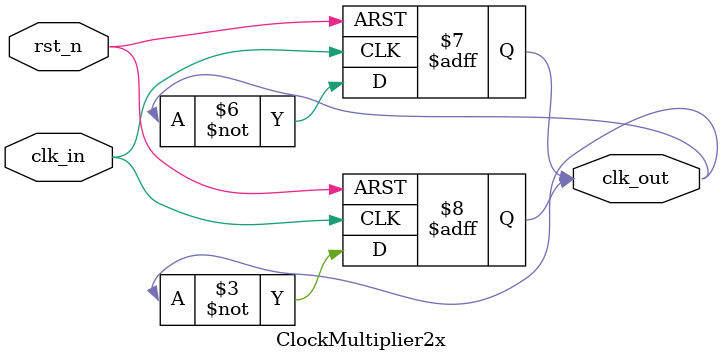
<source format=v>
module ClockMultiplier2x(
    input wire clk_in,       // 输入时钟：100Hz
    input wire rst_n,        // 异步复位信号
    output reg clk_out       // 输出时钟：200Hz
);

    always @(posedge clk_in or negedge rst_n) begin
        if (!rst_n) begin
            clk_out <= 0; // 异步复位，初始化输出时钟
        end else begin
            clk_out <= ~clk_out; // 每次上升沿翻转一次
        end
    end

    always @(negedge clk_in or negedge rst_n) begin
        if (!rst_n) begin
            clk_out <= 0; // 异步复位，初始化输出时钟
        end else begin
            clk_out <= ~clk_out; // 每次下降沿翻转一次
        end
    end

endmodule

</source>
